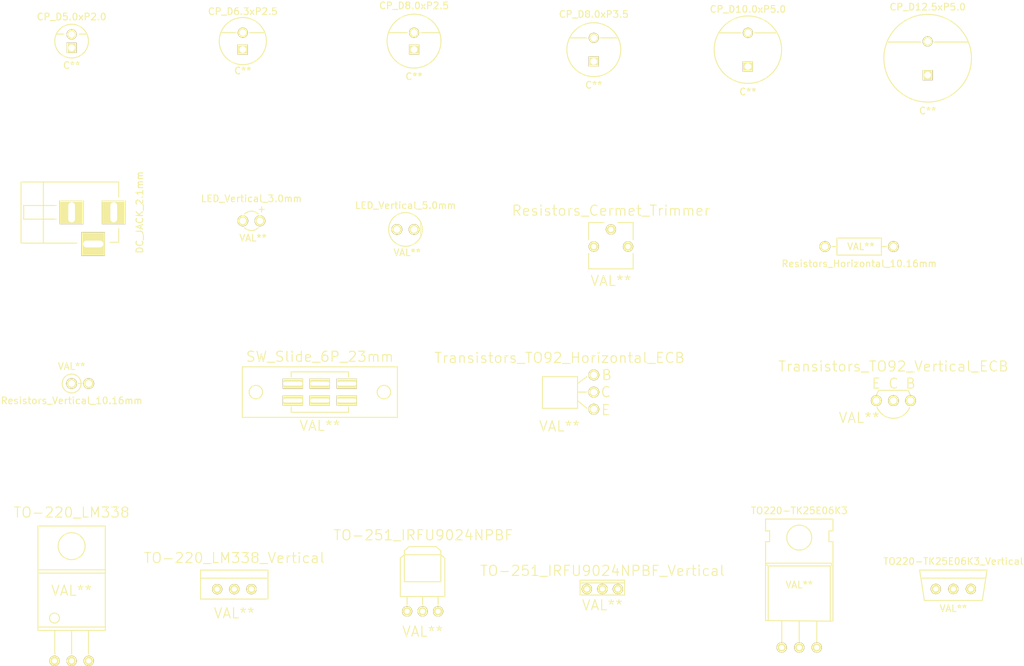
<source format=kicad_pcb>
(kicad_pcb (version 4) (host pcbnew "(2015-01-07 BZR 5357)-product")

  (general
    (links 0)
    (no_connects 0)
    (area 26.000999 27.861 176.150428 92.819)
    (thickness 1.6)
    (drawings 0)
    (tracks 0)
    (zones 0)
    (modules 21)
    (nets 1)
  )

  (page A4)
  (layers
    (0 F.Cu signal)
    (31 B.Cu signal)
    (32 B.Adhes user)
    (33 F.Adhes user)
    (34 B.Paste user)
    (35 F.Paste user)
    (36 B.SilkS user)
    (37 F.SilkS user)
    (38 B.Mask user)
    (39 F.Mask user)
    (40 Dwgs.User user)
    (41 Cmts.User user)
    (42 Eco1.User user)
    (43 Eco2.User user)
    (44 Edge.Cuts user)
    (45 Margin user)
    (46 B.CrtYd user)
    (47 F.CrtYd user)
    (48 B.Fab user)
    (49 F.Fab user)
  )

  (setup
    (last_trace_width 0.254)
    (trace_clearance 0.254)
    (zone_clearance 0.508)
    (zone_45_only no)
    (trace_min 0.254)
    (segment_width 0.2)
    (edge_width 0.1)
    (via_size 0.889)
    (via_drill 0.635)
    (via_min_size 0.889)
    (via_min_drill 0.508)
    (uvia_size 0.508)
    (uvia_drill 0.127)
    (uvias_allowed no)
    (uvia_min_size 0.508)
    (uvia_min_drill 0.127)
    (pcb_text_width 0.3)
    (pcb_text_size 1.5 1.5)
    (mod_edge_width 0.15)
    (mod_text_size 1 1)
    (mod_text_width 0.15)
    (pad_size 1.5 1.5)
    (pad_drill 0.6)
    (pad_to_mask_clearance 0)
    (aux_axis_origin 0 0)
    (visible_elements FFFFFF7F)
    (pcbplotparams
      (layerselection 0x00020_00000000)
      (usegerberextensions false)
      (excludeedgelayer true)
      (linewidth 0.100000)
      (plotframeref true)
      (viasonmask false)
      (mode 1)
      (useauxorigin false)
      (hpglpennumber 1)
      (hpglpenspeed 20)
      (hpglpendiameter 15)
      (hpglpenoverlay 2)
      (psnegative false)
      (psa4output false)
      (plotreference true)
      (plotvalue true)
      (plotinvisibletext false)
      (padsonsilk true)
      (subtractmaskfromsilk false)
      (outputformat 2)
      (mirror false)
      (drillshape 0)
      (scaleselection 1)
      (outputdirectory ""))
  )

  (net 0 "")

  (net_class Default "これは標準のネット クラスです。"
    (clearance 0.254)
    (trace_width 0.254)
    (via_dia 0.889)
    (via_drill 0.635)
    (uvia_dia 0.508)
    (uvia_drill 0.127)
  )

  (module kicad_mod:DC_JACK_2.1mm (layer F.Cu) (tedit 54CE5A84) (tstamp 54D63AD1)
    (at 36.83 59.69)
    (descr "DC Barrel Jack")
    (tags "Power Jack")
    (fp_text reference DC_JACK_2.1mm (at 10.09904 0 90) (layer F.SilkS)
      (effects (font (size 1 1) (thickness 0.15)))
    )
    (fp_text value VAL** (at 0 -5.99948) (layer F.SilkS) hide
      (effects (font (size 1 1) (thickness 0.15)))
    )
    (fp_line (start -7.493 4.572) (end 0.762 4.572) (layer F.SilkS) (width 0.15))
    (fp_line (start 6.985 4.445) (end 5.715 4.445) (layer F.SilkS) (width 0.15))
    (fp_line (start 6.985 4.445) (end 6.985 2.413) (layer F.SilkS) (width 0.15))
    (fp_line (start 6.985 -2.286) (end 6.985 -4.445) (layer F.SilkS) (width 0.15))
    (fp_line (start -4.191 -4.445) (end -4.191 4.445) (layer F.SilkS) (width 0.15))
    (fp_line (start -7.112 -1.016) (end -2.286 -1.016) (layer F.SilkS) (width 0.15))
    (fp_line (start -7.112 -1.016) (end -7.112 1.016) (layer F.SilkS) (width 0.15))
    (fp_line (start -7.112 1.016) (end -2.286 1.016) (layer F.SilkS) (width 0.15))
    (fp_line (start -7.50062 -4.50088) (end -7.50062 4.50088) (layer F.SilkS) (width 0.15))
    (fp_line (start 7.00024 -4.50088) (end -7.50062 -4.50088) (layer F.SilkS) (width 0.15))
    (pad 1 thru_hole rect (at 6.2484 0) (size 3.5 3.5) (drill oval 1 3) (layers *.Cu *.Mask F.SilkS))
    (pad 2 thru_hole rect (at 0 0) (size 3.5 3.5) (drill oval 1 3) (layers *.Cu *.Mask F.SilkS))
    (pad 3 thru_hole rect (at 3.2004 4.699) (size 3.5 3.5) (drill oval 3 1) (layers *.Cu *.Mask F.SilkS))
  )

  (module kicad_mod:LED_Vertical_3.0mm (layer F.Cu) (tedit 54CE614B) (tstamp 54D63B8B)
    (at 62.23 60.96)
    (fp_text reference LED_Vertical_3.0mm (at 1.27 -3.302) (layer F.SilkS)
      (effects (font (size 1 1) (thickness 0.15)))
    )
    (fp_text value VAL** (at 1.524 2.54) (layer F.SilkS)
      (effects (font (size 1 1) (thickness 0.15)))
    )
    (fp_text user + (at 2.794 -1.778) (layer F.SilkS)
      (effects (font (size 1 1) (thickness 0.15)))
    )
    (fp_arc (start 1.27 0) (end 0.254 -1.016) (angle 90) (layer F.SilkS) (width 0.15))
    (fp_arc (start 1.27 0) (end 2.286 1.016) (angle 90) (layer F.SilkS) (width 0.15))
    (pad 1 thru_hole circle (at 0 0) (size 1.6 1.6) (drill 1) (layers *.Cu *.Mask F.SilkS))
    (pad 2 thru_hole circle (at 2.54 0) (size 1.6 1.6) (drill 1) (layers *.Cu *.Mask F.SilkS))
  )

  (module kicad_mod:LED_Vertical_5.0mm (layer F.Cu) (tedit 54CE61CD) (tstamp 54D63C3D)
    (at 85.09 62.23)
    (fp_text reference LED_Vertical_5.0mm (at 1.27 -3.556) (layer F.SilkS)
      (effects (font (size 1 1) (thickness 0.15)))
    )
    (fp_text value VAL** (at 1.524 3.429) (layer F.SilkS)
      (effects (font (size 1 1) (thickness 0.15)))
    )
    (fp_line (start 3.683 -0.508) (end 3.683 0.508) (layer F.SilkS) (width 0.15))
    (fp_line (start 3.556 -0.889) (end 3.556 0.889) (layer F.SilkS) (width 0.15))
    (fp_circle (center 1.27 0) (end -1.23 0) (layer F.SilkS) (width 0.15))
    (pad 1 thru_hole circle (at 0 0) (size 1.6 1.6) (drill 1) (layers *.Cu *.Mask F.SilkS))
    (pad 2 thru_hole circle (at 2.54 0) (size 1.6 1.6) (drill 1) (layers *.Cu *.Mask F.SilkS))
  )

  (module kicad_mod:Resistors_Cermet_Trimmer (layer F.Cu) (tedit 54D0CCC8) (tstamp 54D63D24)
    (at 116.84 62.23)
    (fp_text reference Resistors_Cermet_Trimmer (at 0 -2.794) (layer F.SilkS)
      (effects (font (size 1.5 1.5) (thickness 0.15)))
    )
    (fp_text value VAL** (at 0 7.62) (layer F.SilkS)
      (effects (font (size 1.5 1.5) (thickness 0.15)))
    )
    (fp_line (start -3.302 -1.016) (end -3.302 1.524) (layer F.SilkS) (width 0.15))
    (fp_line (start 3.302 -1.016) (end 3.302 1.524) (layer F.SilkS) (width 0.15))
    (fp_line (start -3.302 3.556) (end -3.302 5.842) (layer F.SilkS) (width 0.15))
    (fp_line (start -3.302 5.842) (end 3.302 5.842) (layer F.SilkS) (width 0.15))
    (fp_line (start 3.302 5.842) (end 3.302 3.556) (layer F.SilkS) (width 0.15))
    (fp_line (start -1.016 -1.016) (end -3.302 -1.016) (layer F.SilkS) (width 0.15))
    (fp_line (start 1.016 -1.016) (end 3.302 -1.016) (layer F.SilkS) (width 0.15))
    (pad 2 thru_hole circle (at 0 0) (size 1.524 1.524) (drill 0.762) (layers *.Cu *.Mask F.SilkS))
    (pad 1 thru_hole circle (at 2.54 2.54) (size 1.524 1.524) (drill 0.762) (layers *.Cu *.Mask F.SilkS))
    (pad 3 thru_hole circle (at -2.54 2.54) (size 1.524 1.524) (drill 0.762) (layers *.Cu *.Mask F.SilkS))
  )

  (module kicad_mod:Resistors_Horizontal_10mm (layer F.Cu) (tedit 54CE51A5) (tstamp 54D6A1F7)
    (at 153.67 64.77)
    (fp_text reference Resistors_Horizontal_10.16mm (at 0 2.54) (layer F.SilkS)
      (effects (font (size 1 1) (thickness 0.15)))
    )
    (fp_text value VAL** (at 0.254 0) (layer F.SilkS)
      (effects (font (size 1 1) (thickness 0.15)))
    )
    (fp_line (start 3.302 0) (end 4.064 0) (layer F.SilkS) (width 0.15))
    (fp_line (start -3.302 0) (end -4.064 0) (layer F.SilkS) (width 0.15))
    (fp_line (start -3.302 -1.27) (end 3.302 -1.27) (layer F.SilkS) (width 0.15))
    (fp_line (start 3.302 1.27) (end -3.302 1.27) (layer F.SilkS) (width 0.15))
    (fp_line (start -3.302 1.27) (end -3.302 -1.27) (layer F.SilkS) (width 0.15))
    (fp_line (start 3.302 -1.27) (end 3.302 1.27) (layer F.SilkS) (width 0.15))
    (pad 1 thru_hole circle (at -5.08 0) (size 1.6 1.6) (drill 1) (layers *.Cu *.Mask F.SilkS))
    (pad 2 thru_hole circle (at 5.08 0) (size 1.6 1.6) (drill 1) (layers *.Cu *.Mask F.SilkS))
  )

  (module kicad_mod:Resistors_Vertical_10mm (layer F.Cu) (tedit 54CE53A6) (tstamp 54D6A2AB)
    (at 36.83 85.09)
    (fp_text reference Resistors_Vertical_10.16mm (at 0 2.54) (layer F.SilkS)
      (effects (font (size 1 1) (thickness 0.15)))
    )
    (fp_text value VAL** (at 0 -2.54) (layer F.SilkS)
      (effects (font (size 1 1) (thickness 0.15)))
    )
    (fp_line (start 1.016 0) (end 1.524 0) (layer F.SilkS) (width 0.15))
    (fp_circle (center 0 0) (end 1.397 0) (layer F.SilkS) (width 0.15))
    (pad 1 thru_hole circle (at 0 0) (size 1.6 1.6) (drill 1) (layers *.Cu *.Mask F.SilkS))
    (pad 2 thru_hole circle (at 2.54 0) (size 1.6 1.6) (drill 1) (layers *.Cu *.Mask F.SilkS))
  )

  (module kicad_mod:SW_Slide_6P_23mm (layer F.Cu) (tedit 54D3977B) (tstamp 54D6A369)
    (at 73.66 86.36)
    (fp_text reference SW_Slide_6P_23mm (at 0 -5.25) (layer F.SilkS)
      (effects (font (size 1.5 1.5) (thickness 0.15)))
    )
    (fp_text value VAL** (at 0 5) (layer F.SilkS)
      (effects (font (size 1.5 1.5) (thickness 0.15)))
    )
    (fp_line (start 4.25 3) (end 4.25 2.25) (layer F.SilkS) (width 0.15))
    (fp_line (start -4.25 3) (end -4.25 2.25) (layer F.SilkS) (width 0.15))
    (fp_line (start 4.25 -3) (end 4.25 -2.25) (layer F.SilkS) (width 0.15))
    (fp_line (start -4.25 -3) (end -4.25 -2.25) (layer F.SilkS) (width 0.15))
    (fp_circle (center -9.5 0) (end -8.5 0) (layer F.SilkS) (width 0.15))
    (fp_circle (center 9.5 0) (end 10.5 0) (layer F.SilkS) (width 0.15))
    (fp_line (start 4.25 3) (end -4.25 3) (layer F.SilkS) (width 0.15))
    (fp_line (start -4.25 -3) (end 4.25 -3) (layer F.SilkS) (width 0.15))
    (fp_line (start -11.5 3.75) (end -11.5 -3.75) (layer F.SilkS) (width 0.15))
    (fp_line (start 11.5 -3.75) (end -11.5 -3.75) (layer F.SilkS) (width 0.15))
    (fp_line (start -11.5 3.75) (end 11.5 3.75) (layer F.SilkS) (width 0.15))
    (fp_line (start 11.5 3.75) (end 11.5 -3.75) (layer F.SilkS) (width 0.15))
    (pad 1 thru_hole rect (at -4 -1.25) (size 3 1.5) (drill oval 2.8 0.6) (layers *.Cu *.Mask F.SilkS))
    (pad 2 thru_hole rect (at 0 -1.25) (size 3 1.5) (drill oval 2.8 0.6) (layers *.Cu *.Mask F.SilkS))
    (pad 3 thru_hole rect (at 4 -1.25) (size 3 1.5) (drill oval 2.8 0.6) (layers *.Cu *.Mask F.SilkS))
    (pad 4 thru_hole rect (at -4 1.25) (size 3 1.5) (drill oval 2.8 0.6) (layers *.Cu *.Mask F.SilkS))
    (pad 5 thru_hole rect (at 0 1.25) (size 3 1.5) (drill oval 2.8 0.6) (layers *.Cu *.Mask F.SilkS))
    (pad 6 thru_hole rect (at 4 1.25) (size 3 1.5) (drill oval 2.8 0.6) (layers *.Cu *.Mask F.SilkS))
  )

  (module kicad_mod:Transistors_TO92_Horizontal_ECB (layer F.Cu) (tedit 54CE53ED) (tstamp 54D6A430)
    (at 109.22 86.36)
    (fp_text reference Transistors_TO92_Horizontal_ECB (at 0 -5.08) (layer F.SilkS)
      (effects (font (size 1.5 1.5) (thickness 0.15)))
    )
    (fp_text value VAL** (at 0 5.08) (layer F.SilkS)
      (effects (font (size 1.5 1.5) (thickness 0.15)))
    )
    (fp_text user B (at 6.985 -2.54) (layer F.SilkS)
      (effects (font (size 1.5 1.5) (thickness 0.15)))
    )
    (fp_text user C (at 6.858 0) (layer F.SilkS)
      (effects (font (size 1.5 1.5) (thickness 0.15)))
    )
    (fp_text user E (at 6.858 2.667) (layer F.SilkS)
      (effects (font (size 1.5 1.5) (thickness 0.15)))
    )
    (fp_line (start 2.667 1.27) (end 4.064 2.413) (layer F.SilkS) (width 0.15))
    (fp_line (start 2.667 -1.27) (end 4.064 -2.286) (layer F.SilkS) (width 0.15))
    (fp_line (start 2.667 0) (end 4.064 0) (layer F.SilkS) (width 0.15))
    (fp_line (start 2.667 2.413) (end 2.667 -2.286) (layer F.SilkS) (width 0.15))
    (fp_line (start 2.667 -2.286) (end -2.54 -2.286) (layer F.SilkS) (width 0.15))
    (fp_line (start -2.54 -2.286) (end -2.54 2.413) (layer F.SilkS) (width 0.15))
    (fp_line (start -2.54 2.413) (end 2.667 2.413) (layer F.SilkS) (width 0.15))
    (pad 3 thru_hole circle (at 5.08 0) (size 1.6 1.6) (drill 1) (layers *.Cu *.Mask F.SilkS))
    (pad 2 thru_hole circle (at 5.08 -2.54) (size 1.6 1.6) (drill 1) (layers *.Cu *.Mask F.SilkS))
    (pad 1 thru_hole circle (at 5.08 2.54) (size 1.6 1.6) (drill 1) (layers *.Cu *.Mask F.SilkS))
  )

  (module kicad_mod:Transistors_TO92_Vertical_ECB (layer F.Cu) (tedit 54CE5151) (tstamp 54D6A512)
    (at 158.75 87.63)
    (fp_text reference Transistors_TO92_Vertical_ECB (at 0 -5.08) (layer F.SilkS)
      (effects (font (size 1.5 1.5) (thickness 0.15)))
    )
    (fp_text value VAL** (at -5.08 2.54) (layer F.SilkS)
      (effects (font (size 1.5 1.5) (thickness 0.15)))
    )
    (fp_text user B (at 2.54 -2.54) (layer F.SilkS)
      (effects (font (size 1.5 1.5) (thickness 0.15)))
    )
    (fp_text user C (at 0 -2.54) (layer F.SilkS)
      (effects (font (size 1.5 1.5) (thickness 0.15)))
    )
    (fp_text user E (at -2.54 -2.54) (layer F.SilkS)
      (effects (font (size 1.5 1.5) (thickness 0.15)))
    )
    (fp_arc (start 0 0) (end -2.159 -1.524) (angle -15) (layer F.SilkS) (width 0.15))
    (fp_arc (start 0 0) (end 2.159 -1.524) (angle 15) (layer F.SilkS) (width 0.15))
    (fp_arc (start 0 0) (end 2.413 1.016) (angle 135) (layer F.SilkS) (width 0.15))
    (fp_line (start 2.159 -1.524) (end -2.159 -1.524) (layer F.SilkS) (width 0.15))
    (pad 3 thru_hole circle (at 0 0) (size 1.6 1.6) (drill 1) (layers *.Cu *.Mask F.SilkS))
    (pad 2 thru_hole circle (at 2.54 0) (size 1.6 1.6) (drill 1) (layers *.Cu *.Mask F.SilkS))
    (pad 1 thru_hole circle (at -2.54 0) (size 1.6 1.6) (drill 1) (layers *.Cu *.Mask F.SilkS))
  )

  (module kicad_mod:Capacitor_Electrolytic_D5.0xP2.0 (layer F.Cu) (tedit 54D6A2E3) (tstamp 54D6AD35)
    (at 36.83 34.29)
    (descr "Capacitor, pol, cyl 5x6mm")
    (fp_text reference CP_D5.0xP2.0 (at 0 -3.6) (layer F.SilkS)
      (effects (font (size 1 1) (thickness 0.15)))
    )
    (fp_text value C** (at 0 3.6) (layer F.SilkS)
      (effects (font (size 1 1) (thickness 0.15)))
    )
    (fp_circle (center 0 0) (end 2.5 0) (layer F.SilkS) (width 0.15))
    (fp_line (start 1.143 -1.04) (end 2.159 -1.04) (layer F.SilkS) (width 0.15))
    (fp_line (start -2.159 -1.04) (end -1.143 -1.04) (layer F.SilkS) (width 0.15))
    (pad 1 thru_hole rect (at 0 1) (size 1.5 1.5) (drill 1) (layers *.Cu *.Mask F.SilkS))
    (pad 2 thru_hole circle (at 0 -1) (size 1.5 1.5) (drill 1) (layers *.Cu *.Mask F.SilkS))
    (model discret/Capacitor/cp_5x6mm.wrl
      (at (xyz 0 0 0))
      (scale (xyz 1 1 1))
      (rotate (xyz 0 0 0))
    )
  )

  (module kicad_mod:Capacitor_Electrolytic_D6.3xP2.5 (layer F.Cu) (tedit 54D6A3C9) (tstamp 54D6ADE7)
    (at 62.23 34.29)
    (descr "Capacitor, pol, cyl 5x6mm")
    (fp_text reference CP_D6.3xP2.5 (at 0 -4.4) (layer F.SilkS)
      (effects (font (size 1 1) (thickness 0.15)))
    )
    (fp_text value C** (at 0 4.4) (layer F.SilkS)
      (effects (font (size 1 1) (thickness 0.15)))
    )
    (fp_line (start -1 -1.25) (end -3.25 -1.25) (layer F.SilkS) (width 0.15))
    (fp_line (start 1 -1.25) (end 3.25 -1.25) (layer F.SilkS) (width 0.15))
    (fp_circle (center 0 0) (end 3.5 0) (layer F.SilkS) (width 0.15))
    (pad 1 thru_hole rect (at 0 1.25) (size 1.5 1.5) (drill 1) (layers *.Cu *.Mask F.SilkS))
    (pad 2 thru_hole circle (at 0 -1.25) (size 1.5 1.5) (drill 1) (layers *.Cu *.Mask F.SilkS))
    (model discret/Capacitor/cp_5x6mm.wrl
      (at (xyz 0 0 0))
      (scale (xyz 1 1 1))
      (rotate (xyz 0 0 0))
    )
  )

  (module kicad_mod:Capacitor_Electrolytic_D8.0xP3.5 (layer F.Cu) (tedit 54D6A3AA) (tstamp 54D6AF4B)
    (at 114.3 35.56)
    (descr "Capacitor, pol, cyl 5x6mm")
    (fp_text reference CP_D8.0xP3.5 (at 0 -5.25) (layer F.SilkS)
      (effects (font (size 1 1) (thickness 0.15)))
    )
    (fp_text value C** (at 0 5.25) (layer F.SilkS)
      (effects (font (size 1 1) (thickness 0.15)))
    )
    (fp_line (start -1 -1.75) (end -3.5 -1.75) (layer F.SilkS) (width 0.15))
    (fp_line (start 1 -1.75) (end 3.5 -1.75) (layer F.SilkS) (width 0.15))
    (fp_circle (center 0 0) (end 4 0) (layer F.SilkS) (width 0.15))
    (pad 1 thru_hole rect (at 0 1.75) (size 1.5 1.5) (drill 1) (layers *.Cu *.Mask F.SilkS))
    (pad 2 thru_hole circle (at 0 -1.75) (size 1.5 1.5) (drill 1) (layers *.Cu *.Mask F.SilkS))
    (model discret/Capacitor/cp_5x6mm.wrl
      (at (xyz 0 0 0))
      (scale (xyz 1 1 1))
      (rotate (xyz 0 0 0))
    )
  )

  (module kicad_mod:Capacitor_Electrolytic_D10.0xP5.0 (layer F.Cu) (tedit 54D6A346) (tstamp 54D6AFFD)
    (at 137.16 35.56)
    (descr "Capacitor, pol, cyl 5x6mm")
    (fp_text reference CP_D10.0xP5.0 (at 0 -6) (layer F.SilkS)
      (effects (font (size 1 1) (thickness 0.15)))
    )
    (fp_text value C** (at 0 6.25) (layer F.SilkS)
      (effects (font (size 1 1) (thickness 0.15)))
    )
    (fp_line (start -1 -2.5) (end -4.25 -2.5) (layer F.SilkS) (width 0.15))
    (fp_line (start 1 -2.5) (end 4.25 -2.5) (layer F.SilkS) (width 0.15))
    (fp_circle (center 0 0) (end 5 0) (layer F.SilkS) (width 0.15))
    (pad 1 thru_hole rect (at 0 2.5) (size 1.5 1.5) (drill 1) (layers *.Cu *.Mask F.SilkS))
    (pad 2 thru_hole circle (at 0 -2.5) (size 1.5 1.5) (drill 1) (layers *.Cu *.Mask F.SilkS))
    (model discret/Capacitor/cp_5x6mm.wrl
      (at (xyz 0 0 0))
      (scale (xyz 1 1 1))
      (rotate (xyz 0 0 0))
    )
  )

  (module kicad_mod:Capacitor_Electrolytic_D12.5xP5.0 (layer F.Cu) (tedit 54D6A36D) (tstamp 54D6B0AF)
    (at 163.83 36.83)
    (descr "Capacitor, pol, cyl 5x6mm")
    (fp_text reference CP_D12.5xP5.0 (at 0 -7.6) (layer F.SilkS)
      (effects (font (size 1 1) (thickness 0.15)))
    )
    (fp_text value C** (at 0 7.8) (layer F.SilkS)
      (effects (font (size 1 1) (thickness 0.15)))
    )
    (fp_line (start -1 -2.4) (end -6 -2.4) (layer F.SilkS) (width 0.15))
    (fp_line (start 6 -2.4) (end 1 -2.4) (layer F.SilkS) (width 0.15))
    (fp_circle (center 0 0) (end 6.5 0) (layer F.SilkS) (width 0.15))
    (pad 1 thru_hole rect (at 0 2.5) (size 1.5 1.5) (drill 1) (layers *.Cu *.Mask F.SilkS))
    (pad 2 thru_hole circle (at 0 -2.5) (size 1.5 1.5) (drill 1) (layers *.Cu *.Mask F.SilkS))
    (model discret/Capacitor/cp_5x6mm.wrl
      (at (xyz 0 0 0))
      (scale (xyz 1 1 1))
      (rotate (xyz 0 0 0))
    )
  )

  (module kicad_mod:Capacitor_Electrolytic_D8.0xP2.5 (layer F.Cu) (tedit 54D6A4A0) (tstamp 54D6B18E)
    (at 87.63 34.29)
    (descr "Capacitor, pol, cyl 5x6mm")
    (fp_text reference CP_D8.0xP2.5 (at 0 -5.25) (layer F.SilkS)
      (effects (font (size 1 1) (thickness 0.15)))
    )
    (fp_text value C** (at 0 5.25) (layer F.SilkS)
      (effects (font (size 1 1) (thickness 0.15)))
    )
    (fp_line (start -1 -1.25) (end -3.75 -1.25) (layer F.SilkS) (width 0.15))
    (fp_line (start 1 -1.25) (end 3.75 -1.25) (layer F.SilkS) (width 0.15))
    (fp_circle (center 0 0) (end 4 0) (layer F.SilkS) (width 0.15))
    (pad 1 thru_hole rect (at 0 1.25) (size 1.5 1.5) (drill 1) (layers *.Cu *.Mask F.SilkS))
    (pad 2 thru_hole circle (at 0 -1.25) (size 1.5 1.5) (drill 1) (layers *.Cu *.Mask F.SilkS))
    (model discret/Capacitor/cp_5x6mm.wrl
      (at (xyz 0 0 0))
      (scale (xyz 1 1 1))
      (rotate (xyz 0 0 0))
    )
  )

  (module kicad_mod:TO-220_LM338 (layer F.Cu) (tedit 54D720E5) (tstamp 54D7A817)
    (at 36.83 109.22)
    (fp_text reference TO-220_LM338 (at 0 -5) (layer F.SilkS)
      (effects (font (size 1.5 1.5) (thickness 0.15)))
    )
    (fp_text value VAL** (at 0 6.6) (layer F.SilkS)
      (effects (font (size 1.5 1.5) (thickness 0.15)))
    )
    (fp_circle (center -2.54 10.668) (end -1.905 11.049) (layer F.SilkS) (width 0.15))
    (fp_line (start 2.5 12.5) (end 2.5 16) (layer F.SilkS) (width 0.15))
    (fp_line (start 0 12.5) (end 0 16) (layer F.SilkS) (width 0.15))
    (fp_line (start -2.5 12.5) (end -2.5 16) (layer F.SilkS) (width 0.15))
    (fp_line (start -5 12) (end 5 12) (layer F.SilkS) (width 0.15))
    (fp_line (start -5 4) (end 5 4) (layer F.SilkS) (width 0.15))
    (fp_line (start 5 3.5) (end 5 12.5) (layer F.SilkS) (width 0.15))
    (fp_line (start 5 12.5) (end -5 12.5) (layer F.SilkS) (width 0.15))
    (fp_line (start -5 12.5) (end -5 3.5) (layer F.SilkS) (width 0.15))
    (fp_line (start -5 -3) (end -5 3.5) (layer F.SilkS) (width 0.15))
    (fp_line (start -5 3.5) (end 5 3.5) (layer F.SilkS) (width 0.15))
    (fp_line (start 5 -3) (end 5 3.5) (layer F.SilkS) (width 0.15))
    (fp_line (start -5 -3) (end 5 -3) (layer F.SilkS) (width 0.15))
    (fp_circle (center 0 0) (end 2 0) (layer F.SilkS) (width 0.15))
    (pad 2 thru_hole circle (at 0 17.018) (size 1.524 1.524) (drill 0.762) (layers *.Cu *.Mask F.SilkS))
    (pad 1 thru_hole circle (at -2.54 17.018) (size 1.524 1.524) (drill 0.762) (layers *.Cu *.Mask F.SilkS))
    (pad 3 thru_hole circle (at 2.54 17.018) (size 1.524 1.524) (drill 0.762) (layers *.Cu *.Mask F.SilkS))
  )

  (module kicad_mod:TO-220_LM338_Vertical (layer F.Cu) (tedit 54D720AB) (tstamp 54D7A96E)
    (at 60.96 115.57)
    (fp_text reference TO-220_LM338_Vertical (at 0 -4.6) (layer F.SilkS)
      (effects (font (size 1.5 1.5) (thickness 0.15)))
    )
    (fp_text value VAL** (at 0 3.6) (layer F.SilkS)
      (effects (font (size 1.5 1.5) (thickness 0.15)))
    )
    (fp_line (start 5 -1.6) (end -5 -1.6) (layer F.SilkS) (width 0.15))
    (fp_line (start 5 0) (end 5 -2.8) (layer F.SilkS) (width 0.15))
    (fp_line (start 5 -2.8) (end -5 -2.8) (layer F.SilkS) (width 0.15))
    (fp_line (start -5 -2.8) (end -5 0) (layer F.SilkS) (width 0.15))
    (fp_line (start -5 0) (end -5 1.5) (layer F.SilkS) (width 0.15))
    (fp_line (start -5 1.5) (end 5 1.5) (layer F.SilkS) (width 0.15))
    (fp_line (start 5 1.5) (end 5 0) (layer F.SilkS) (width 0.15))
    (pad 2 thru_hole circle (at 0 0.018) (size 1.524 1.524) (drill 0.762) (layers *.Cu *.Mask F.SilkS))
    (pad 1 thru_hole circle (at -2.54 0.018) (size 1.524 1.524) (drill 0.762) (layers *.Cu *.Mask F.SilkS))
    (pad 3 thru_hole circle (at 2.54 0.018) (size 1.524 1.524) (drill 0.762) (layers *.Cu *.Mask F.SilkS))
  )

  (module kicad_mod:TO-251_IRFU9024NPBF (layer F.Cu) (tedit 54D7A00F) (tstamp 54D7AAC8)
    (at 88.9 110.49)
    (fp_text reference TO-251_IRFU9024NPBF (at 0.1 -2.9) (layer F.SilkS)
      (effects (font (size 1.5 1.5) (thickness 0.15)))
    )
    (fp_text value VAL** (at 0 11.4) (layer F.SilkS)
      (effects (font (size 1.5 1.5) (thickness 0.15)))
    )
    (fp_line (start -2.7 0) (end -2.7 4) (layer F.SilkS) (width 0.15))
    (fp_line (start -2.7 4) (end 2.7 4) (layer F.SilkS) (width 0.15))
    (fp_line (start 2.7 4) (end 2.7 0) (layer F.SilkS) (width 0.15))
    (fp_line (start 2.3 6.2) (end 2.3 7.4) (layer F.SilkS) (width 0.15))
    (fp_line (start -2.3 6.2) (end -2.3 7.4) (layer F.SilkS) (width 0.15))
    (fp_line (start 0 7.4) (end 0 6.2) (layer F.SilkS) (width 0.15))
    (fp_line (start 3.3 0.5) (end 3.3 6.2) (layer F.SilkS) (width 0.15))
    (fp_line (start -3.3 0.5) (end -3.3 6.2) (layer F.SilkS) (width 0.15))
    (fp_line (start 2.7 0) (end 3.3 0.5) (layer F.SilkS) (width 0.15))
    (fp_line (start -2.7 0) (end -3.3 0.5) (layer F.SilkS) (width 0.15))
    (fp_line (start 3.3 6.2) (end -3.3 6.2) (layer F.SilkS) (width 0.15))
    (fp_line (start -2.7 -0.6) (end -2.7 0) (layer F.SilkS) (width 0.15))
    (fp_line (start 2 -1.2) (end -2 -1.2) (layer F.SilkS) (width 0.15))
    (fp_line (start 2.7 0) (end 2.7 -0.6) (layer F.SilkS) (width 0.15))
    (fp_line (start 2.7 -0.6) (end 2 -1.2) (layer F.SilkS) (width 0.15))
    (fp_line (start -2.7 -0.6) (end -2 -1.2) (layer F.SilkS) (width 0.15))
    (fp_line (start 2.7 0) (end -2.7 0) (layer F.SilkS) (width 0.15))
    (pad 2 thru_hole circle (at 0 8.4) (size 1.524 1.524) (drill 0.762) (layers *.Cu *.Mask F.SilkS))
    (pad 1 thru_hole circle (at -2.3 8.4) (size 1.524 1.524) (drill 0.762) (layers *.Cu *.Mask F.SilkS))
    (pad 3 thru_hole circle (at 2.3 8.4) (size 1.524 1.524) (drill 0.762) (layers *.Cu *.Mask F.SilkS))
  )

  (module kicad_mod:TO-251_IRFU9024NPBF_Vertical (layer F.Cu) (tedit 54D7A145) (tstamp 54D7AC21)
    (at 115.57 115.57)
    (fp_text reference TO-251_IRFU9024NPBF_Vertical (at 0 -2.7) (layer F.SilkS)
      (effects (font (size 1.5 1.5) (thickness 0.15)))
    )
    (fp_text value VAL** (at 0 2.4) (layer F.SilkS)
      (effects (font (size 1.5 1.5) (thickness 0.15)))
    )
    (fp_line (start -3.3 -0.9) (end 3.3 -0.9) (layer F.SilkS) (width 0.15))
    (fp_line (start -3.3 -0.2) (end -3.3 -1.3) (layer F.SilkS) (width 0.15))
    (fp_line (start -3.3 -1.3) (end 3.3 -1.3) (layer F.SilkS) (width 0.15))
    (fp_line (start 3.3 -1.3) (end 3.3 0.9) (layer F.SilkS) (width 0.15))
    (fp_line (start 3.3 0.9) (end -3.3 0.9) (layer F.SilkS) (width 0.15))
    (fp_line (start -3.3 0.9) (end -3.3 -0.2) (layer F.SilkS) (width 0.15))
    (pad 2 thru_hole circle (at 0 0) (size 1.524 1.524) (drill 0.762) (layers *.Cu *.Mask F.SilkS))
    (pad 1 thru_hole circle (at -2.3 0) (size 1.524 1.524) (drill 0.762) (layers *.Cu *.Mask F.SilkS))
    (pad 3 thru_hole circle (at 2.3 0) (size 1.524 1.524) (drill 0.762) (layers *.Cu *.Mask F.SilkS))
  )

  (module kicad_mod:TO220-TK25E06K3 (layer F.Cu) (tedit 54D79A57) (tstamp 54D7AD81)
    (at 144.78 107.95)
    (fp_text reference TO220-TK25E06K3 (at 0 -4) (layer F.SilkS)
      (effects (font (size 1 1) (thickness 0.15)))
    )
    (fp_text value VAL** (at 0 7) (layer F.SilkS)
      (effects (font (size 1 1) (thickness 0.15)))
    )
    (fp_line (start -5 3.8) (end -5 0.6) (layer F.SilkS) (width 0.15))
    (fp_line (start -5 -1) (end -5 -2.7) (layer F.SilkS) (width 0.15))
    (fp_line (start 5 0.6) (end 5 3.8) (layer F.SilkS) (width 0.15))
    (fp_line (start 5 -2.7) (end 5 -1) (layer F.SilkS) (width 0.15))
    (fp_line (start -5 0.6) (end -4.4 0.6) (layer F.SilkS) (width 0.15))
    (fp_line (start -4.4 0.6) (end -4.4 -1) (layer F.SilkS) (width 0.15))
    (fp_line (start -4.4 -1) (end -5 -1) (layer F.SilkS) (width 0.15))
    (fp_line (start 5 0.6) (end 4.4 0.6) (layer F.SilkS) (width 0.15))
    (fp_line (start 4.4 0.6) (end 4.4 -1) (layer F.SilkS) (width 0.15))
    (fp_line (start 4.4 -1) (end 5 -1) (layer F.SilkS) (width 0.15))
    (fp_line (start 5 3.8) (end 4.6 4.3) (layer F.SilkS) (width 0.15))
    (fp_line (start -5 3.9) (end -4.6 4.2) (layer F.SilkS) (width 0.15))
    (fp_line (start -4.6 12.3) (end -4.6 4.2) (layer F.SilkS) (width 0.15))
    (fp_line (start -4.6 4.2) (end 4.6 4.2) (layer F.SilkS) (width 0.15))
    (fp_line (start 4.6 4.2) (end 4.6 12.3) (layer F.SilkS) (width 0.15))
    (fp_line (start 2.6 15.4) (end 2.6 12.4) (layer F.SilkS) (width 0.15))
    (fp_line (start -2.6 15.4) (end -2.6 12.4) (layer F.SilkS) (width 0.15))
    (fp_line (start 0 12.4) (end 0 15.4) (layer F.SilkS) (width 0.15))
    (fp_line (start 5 3.8) (end 5 12.4) (layer F.SilkS) (width 0.15))
    (fp_line (start 5 12.4) (end -5 12.3) (layer F.SilkS) (width 0.15))
    (fp_line (start -5 12.3) (end -5 3.8) (layer F.SilkS) (width 0.15))
    (fp_line (start 5 3.8) (end -5 3.8) (layer F.SilkS) (width 0.15))
    (fp_line (start -5 -2.75) (end 5 -2.75) (layer F.SilkS) (width 0.15))
    (fp_circle (center 0 0) (end 1.85 0) (layer F.SilkS) (width 0.15))
    (pad 2 thru_hole circle (at 0 16.3) (size 1.524 1.524) (drill 0.762) (layers *.Cu *.Mask F.SilkS))
    (pad 1 thru_hole circle (at -2.6 16.3) (size 1.524 1.524) (drill 0.762) (layers *.Cu *.Mask F.SilkS))
    (pad 3 thru_hole circle (at 2.6 16.3) (size 1.524 1.524) (drill 0.762) (layers *.Cu *.Mask F.SilkS))
  )

  (module kicad_mod:TO220-TK25E06K3_Vertical (layer F.Cu) (tedit 54D79C12) (tstamp 54D7AEFF)
    (at 167.64 115.57)
    (fp_text reference TO220-TK25E06K3_Vertical (at 0 -4.1) (layer F.SilkS)
      (effects (font (size 1 1) (thickness 0.15)))
    )
    (fp_text value VAL** (at 0 2.9) (layer F.SilkS)
      (effects (font (size 1 1) (thickness 0.15)))
    )
    (fp_line (start 4.8 -1.6) (end -4.8 -1.6) (layer F.SilkS) (width 0.15))
    (fp_line (start -4.3 1.7) (end 4.3 1.7) (layer F.SilkS) (width 0.15))
    (fp_line (start 5 -2.8) (end 4.3 1.7) (layer F.SilkS) (width 0.15))
    (fp_line (start -5 -2.8) (end -4.3 1.7) (layer F.SilkS) (width 0.15))
    (fp_line (start 5 -2.8) (end -5 -2.8) (layer F.SilkS) (width 0.15))
    (pad 2 thru_hole circle (at 0 0) (size 1.524 1.524) (drill 0.762) (layers *.Cu *.Mask F.SilkS))
    (pad 1 thru_hole circle (at -2.6 0) (size 1.524 1.524) (drill 0.762) (layers *.Cu *.Mask F.SilkS))
    (pad 3 thru_hole circle (at 2.6 0) (size 1.524 1.524) (drill 0.762) (layers *.Cu *.Mask F.SilkS))
  )

)

</source>
